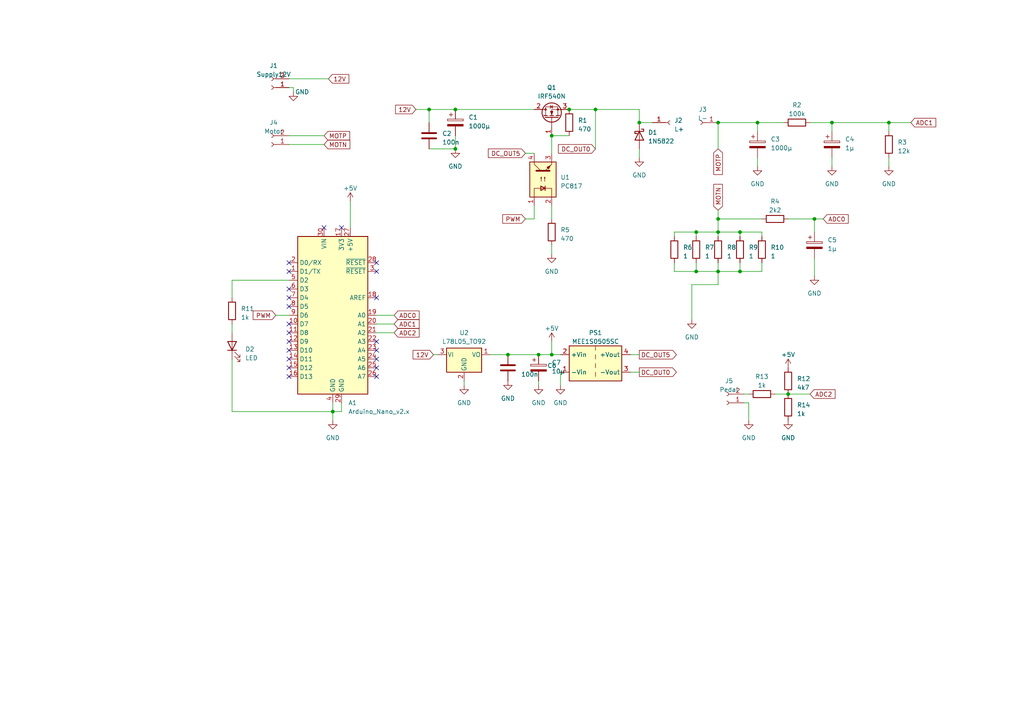
<source format=kicad_sch>
(kicad_sch (version 20230121) (generator eeschema)
  (paper "A4")
  (lib_symbols
    (symbol "Connector:Conn_01x01_Socket" (pin_names (offset 1.016) hide)
      (property "Reference" "J" (at 0 2.54 0))
      (property "Value" "Conn_01x01_Socket" (at 0 -2.54 0))
      (symbol "Conn_01x01_Socket_1_1"
        (polyline (pts (xy -1.27 0) (xy -0.508 0)) (stroke (width 0.1524)))
        (arc (start 0 0.508) (mid -0.5058 0) (end 0 -0.508) (stroke (width 0.1524)))
        (pin passive line (at -5.08 0 0) (length 3.81) (name "Pin_1") (number "1"))
      )
    )
    (symbol "Connector:Conn_01x02_Socket" (pin_names (offset 1.016) hide)
      (property "Reference" "J" (at 0 2.54 0))
      (property "Value" "Conn_01x02_Socket" (at 0 -5.08 0))
      (symbol "Conn_01x02_Socket_1_1"
        (arc (start 0 -2.032) (mid -0.5058 -2.54) (end 0 -3.048) (stroke (width 0.1524)))
        (polyline (pts (xy -1.27 -2.54) (xy -0.508 -2.54)) (stroke (width 0.1524)))
        (polyline (pts (xy -1.27 0) (xy -0.508 0)) (stroke (width 0.1524)))
        (arc (start 0 0.508) (mid -0.5058 0) (end 0 -0.508) (stroke (width 0.1524)))
        (pin passive line (at -5.08 0 0) (length 3.81) (name "Pin_1") (number "1"))
        (pin passive line (at -5.08 -2.54 0) (length 3.81) (name "Pin_2") (number "2"))
      )
    )
    (symbol "Converter_DCDC:MEE1S0505SC"
      (property "Reference" "PS" (at -7.62 6.35 0))
      (property "Value" "MEE1S0505SC" (at 1.27 6.35 0))
      (symbol "MEE1S0505SC_0_0"
        (pin power_in line (at -10.16 -2.54 0) (length 2.54) (name "-Vin") (number "1"))
        (pin power_in line (at -10.16 2.54 0) (length 2.54) (name "+Vin") (number "2"))
        (pin power_out line (at 10.16 -2.54 180) (length 2.54) (name "-Vout") (number "3"))
        (pin power_out line (at 10.16 2.54 180) (length 2.54) (name "+Vout") (number "4"))
      )
      (symbol "MEE1S0505SC_0_1"
        (rectangle (start -7.62 5.08) (end 7.62 -5.08) (stroke (width 0.254)) (fill (type background)))
        (polyline (pts (xy 0 -2.54) (xy 0 -3.81)))
        (polyline (pts (xy 0 0) (xy 0 -1.27)))
        (polyline (pts (xy 0 2.54) (xy 0 1.27)))
        (polyline (pts (xy 0 5.08) (xy 0 3.81)))
      )
    )
    (symbol "Device:C" (pin_numbers hide) (pin_names (offset 0.254))
      (property "Reference" "C" (at 0.635 2.54 0))
      (property "Value" "C" (at 0.635 -2.54 0))
      (symbol "C_0_1"
        (polyline (pts (xy -2.032 -0.762) (xy 2.032 -0.762)) (stroke (width 0.508)))
        (polyline (pts (xy -2.032 0.762) (xy 2.032 0.762)) (stroke (width 0.508)))
      )
      (symbol "C_1_1"
        (pin passive line (at 0 3.81 270) (length 2.794) (name "~") (number "1"))
        (pin passive line (at 0 -3.81 90) (length 2.794) (name "~") (number "2"))
      )
    )
    (symbol "Device:C_Polarized" (pin_numbers hide) (pin_names (offset 0.254))
      (property "Reference" "C" (at 0.635 2.54 0))
      (property "Value" "C_Polarized" (at 0.635 -2.54 0))
      (symbol "C_Polarized_0_1"
        (rectangle (start -2.286 0.508) (end 2.286 1.016))
        (polyline (pts (xy -1.778 2.286) (xy -0.762 2.286)))
        (polyline (pts (xy -1.27 2.794) (xy -1.27 1.778)))
        (rectangle (start 2.286 -0.508) (end -2.286 -1.016) (fill (type outline)))
      )
      (symbol "C_Polarized_1_1"
        (pin passive line (at 0 3.81 270) (length 2.794) (name "~") (number "1"))
        (pin passive line (at 0 -3.81 90) (length 2.794) (name "~") (number "2"))
      )
    )
    (symbol "Device:LED" (pin_numbers hide) (pin_names (offset 1.016) hide)
      (property "Reference" "D" (at 0 2.54 0))
      (property "Value" "LED" (at 0 -2.54 0))
      (symbol "LED_0_1"
        (polyline (pts (xy -1.27 -1.27) (xy -1.27 1.27)) (stroke (width 0.254)))
        (polyline (pts (xy -1.27 0) (xy 1.27 0)))
        (polyline (pts (xy 1.27 -1.27) (xy 1.27 1.27) (xy -1.27 0) (xy 1.27 -1.27)) (stroke (width 0.254)))
        (polyline (pts (xy -3.048 -0.762) (xy -4.572 -2.286) (xy -3.81 -2.286) (xy -4.572 -2.286) (xy -4.572 -1.524)))
        (polyline (pts (xy -1.778 -0.762) (xy -3.302 -2.286) (xy -2.54 -2.286) (xy -3.302 -2.286) (xy -3.302 -1.524)))
      )
      (symbol "LED_1_1"
        (pin passive line (at -3.81 0 0) (length 2.54) (name "K") (number "1"))
        (pin passive line (at 3.81 0 180) (length 2.54) (name "A") (number "2"))
      )
    )
    (symbol "Device:R" (pin_numbers hide) (pin_names (offset 0))
      (property "Reference" "R" (at 2.032 0 90))
      (property "Value" "R" (at 0 0 90))
      (symbol "R_0_1"
        (rectangle (start -1.016 -2.54) (end 1.016 2.54) (stroke (width 0.254)))
      )
      (symbol "R_1_1"
        (pin passive line (at 0 3.81 270) (length 1.27) (name "~") (number "1"))
        (pin passive line (at 0 -3.81 90) (length 1.27) (name "~") (number "2"))
      )
    )
    (symbol "Diode:1N5822" (pin_numbers hide) (pin_names (offset 1.016) hide)
      (property "Reference" "D" (at 0 2.54 0))
      (property "Value" "1N5822" (at 0 -2.54 0))
      (symbol "1N5822_0_1"
        (polyline (pts (xy 1.27 0) (xy -1.27 0)))
        (polyline (pts (xy 1.27 1.27) (xy 1.27 -1.27) (xy -1.27 0) (xy 1.27 1.27)) (stroke (width 0.254)))
        (polyline (pts (xy -1.905 0.635) (xy -1.905 1.27) (xy -1.27 1.27) (xy -1.27 -1.27) (xy -0.635 -1.27) (xy -0.635 -0.635)) (stroke (width 0.254)))
      )
      (symbol "1N5822_1_1"
        (pin passive line (at -3.81 0 0) (length 2.54) (name "K") (number "1"))
        (pin passive line (at 3.81 0 180) (length 2.54) (name "A") (number "2"))
      )
    )
    (symbol "Isolator:PC817" (pin_names (offset 1.016))
      (property "Reference" "U" (at -5.08 5.08 0))
      (property "Value" "PC817" (at 0 5.08 0))
      (symbol "PC817_0_1"
        (rectangle (start -5.08 3.81) (end 5.08 -3.81) (stroke (width 0.254)) (fill (type background)))
        (polyline (pts (xy -3.175 -0.635) (xy -1.905 -0.635)) (stroke (width 0.254)))
        (polyline (pts (xy 2.54 0.635) (xy 4.445 2.54)))
        (polyline (pts (xy 4.445 -2.54) (xy 2.54 -0.635)) (fill (type outline)))
        (polyline (pts (xy 4.445 -2.54) (xy 5.08 -2.54)))
        (polyline (pts (xy 4.445 2.54) (xy 5.08 2.54)))
        (polyline (pts (xy -5.08 2.54) (xy -2.54 2.54) (xy -2.54 -0.635)))
        (polyline (pts (xy -2.54 -0.635) (xy -2.54 -2.54) (xy -5.08 -2.54)))
        (polyline (pts (xy 2.54 1.905) (xy 2.54 -1.905) (xy 2.54 -1.905)) (stroke (width 0.508)))
        (polyline (pts (xy -2.54 -0.635) (xy -3.175 0.635) (xy -1.905 0.635) (xy -2.54 -0.635)) (stroke (width 0.254)))
        (polyline (pts (xy -0.508 -0.508) (xy 0.762 -0.508) (xy 0.381 -0.635) (xy 0.381 -0.381) (xy 0.762 -0.508)))
        (polyline (pts (xy -0.508 0.508) (xy 0.762 0.508) (xy 0.381 0.381) (xy 0.381 0.635) (xy 0.762 0.508)))
        (polyline (pts (xy 3.048 -1.651) (xy 3.556 -1.143) (xy 4.064 -2.159) (xy 3.048 -1.651) (xy 3.048 -1.651)) (fill (type outline)))
      )
      (symbol "PC817_1_1"
        (pin passive line (at -7.62 2.54 0) (length 2.54) (name "~") (number "1"))
        (pin passive line (at -7.62 -2.54 0) (length 2.54) (name "~") (number "2"))
        (pin passive line (at 7.62 -2.54 180) (length 2.54) (name "~") (number "3"))
        (pin passive line (at 7.62 2.54 180) (length 2.54) (name "~") (number "4"))
      )
    )
    (symbol "MCU_Module:Arduino_Nano_v2.x"
      (property "Reference" "A" (at -10.16 23.495 0))
      (property "Value" "Arduino_Nano_v2.x" (at 5.08 -24.13 0))
      (symbol "Arduino_Nano_v2.x_0_1"
        (rectangle (start -10.16 22.86) (end 10.16 -22.86) (stroke (width 0.254)) (fill (type background)))
      )
      (symbol "Arduino_Nano_v2.x_1_1"
        (pin bidirectional line (at -12.7 12.7 0) (length 2.54) (name "D1/TX") (number "1"))
        (pin bidirectional line (at -12.7 -2.54 0) (length 2.54) (name "D7") (number "10"))
        (pin bidirectional line (at -12.7 -5.08 0) (length 2.54) (name "D8") (number "11"))
        (pin bidirectional line (at -12.7 -7.62 0) (length 2.54) (name "D9") (number "12"))
        (pin bidirectional line (at -12.7 -10.16 0) (length 2.54) (name "D10") (number "13"))
        (pin bidirectional line (at -12.7 -12.7 0) (length 2.54) (name "D11") (number "14"))
        (pin bidirectional line (at -12.7 -15.24 0) (length 2.54) (name "D12") (number "15"))
        (pin bidirectional line (at -12.7 -17.78 0) (length 2.54) (name "D13") (number "16"))
        (pin power_out line (at 2.54 25.4 270) (length 2.54) (name "3V3") (number "17"))
        (pin input line (at 12.7 5.08 180) (length 2.54) (name "AREF") (number "18"))
        (pin bidirectional line (at 12.7 0 180) (length 2.54) (name "A0") (number "19"))
        (pin bidirectional line (at -12.7 15.24 0) (length 2.54) (name "D0/RX") (number "2"))
        (pin bidirectional line (at 12.7 -2.54 180) (length 2.54) (name "A1") (number "20"))
        (pin bidirectional line (at 12.7 -5.08 180) (length 2.54) (name "A2") (number "21"))
        (pin bidirectional line (at 12.7 -7.62 180) (length 2.54) (name "A3") (number "22"))
        (pin bidirectional line (at 12.7 -10.16 180) (length 2.54) (name "A4") (number "23"))
        (pin bidirectional line (at 12.7 -12.7 180) (length 2.54) (name "A5") (number "24"))
        (pin bidirectional line (at 12.7 -15.24 180) (length 2.54) (name "A6") (number "25"))
        (pin bidirectional line (at 12.7 -17.78 180) (length 2.54) (name "A7") (number "26"))
        (pin power_out line (at 5.08 25.4 270) (length 2.54) (name "+5V") (number "27"))
        (pin input line (at 12.7 15.24 180) (length 2.54) (name "~{RESET}") (number "28"))
        (pin power_in line (at 2.54 -25.4 90) (length 2.54) (name "GND") (number "29"))
        (pin input line (at 12.7 12.7 180) (length 2.54) (name "~{RESET}") (number "3"))
        (pin power_in line (at -2.54 25.4 270) (length 2.54) (name "VIN") (number "30"))
        (pin power_in line (at 0 -25.4 90) (length 2.54) (name "GND") (number "4"))
        (pin bidirectional line (at -12.7 10.16 0) (length 2.54) (name "D2") (number "5"))
        (pin bidirectional line (at -12.7 7.62 0) (length 2.54) (name "D3") (number "6"))
        (pin bidirectional line (at -12.7 5.08 0) (length 2.54) (name "D4") (number "7"))
        (pin bidirectional line (at -12.7 2.54 0) (length 2.54) (name "D5") (number "8"))
        (pin bidirectional line (at -12.7 0 0) (length 2.54) (name "D6") (number "9"))
      )
    )
    (symbol "Regulator_Linear:L78L05_TO92" (pin_names (offset 0.254))
      (property "Reference" "U" (at -3.81 3.175 0))
      (property "Value" "L78L05_TO92" (at 0 3.175 0))
      (symbol "L78L05_TO92_0_1"
        (rectangle (start -5.08 -5.08) (end 5.08 1.905) (stroke (width 0.254)) (fill (type background)))
      )
      (symbol "L78L05_TO92_1_1"
        (pin power_out line (at 7.62 0 180) (length 2.54) (name "VO") (number "1"))
        (pin power_in line (at 0 -7.62 90) (length 2.54) (name "GND") (number "2"))
        (pin power_in line (at -7.62 0 0) (length 2.54) (name "VI") (number "3"))
      )
    )
    (symbol "Transistor_FET:IRF540N" (pin_names hide)
      (property "Reference" "Q" (at 6.35 1.905 0))
      (property "Value" "IRF540N" (at 6.35 0 0))
      (symbol "IRF540N_0_1"
        (polyline (pts (xy 0.254 0) (xy -2.54 0)))
        (polyline (pts (xy 0.254 1.905) (xy 0.254 -1.905)) (stroke (width 0.254)))
        (polyline (pts (xy 0.762 -1.27) (xy 0.762 -2.286)) (stroke (width 0.254)))
        (polyline (pts (xy 0.762 0.508) (xy 0.762 -0.508)) (stroke (width 0.254)))
        (polyline (pts (xy 0.762 2.286) (xy 0.762 1.27)) (stroke (width 0.254)))
        (polyline (pts (xy 2.54 2.54) (xy 2.54 1.778)))
        (polyline (pts (xy 2.54 -2.54) (xy 2.54 0) (xy 0.762 0)))
        (polyline (pts (xy 0.762 -1.778) (xy 3.302 -1.778) (xy 3.302 1.778) (xy 0.762 1.778)))
        (polyline (pts (xy 1.016 0) (xy 2.032 0.381) (xy 2.032 -0.381) (xy 1.016 0)) (fill (type outline)))
        (polyline (pts (xy 2.794 0.508) (xy 2.921 0.381) (xy 3.683 0.381) (xy 3.81 0.254)))
        (polyline (pts (xy 3.302 0.381) (xy 2.921 -0.254) (xy 3.683 -0.254) (xy 3.302 0.381)))
        (circle (center 1.651 0) (radius 2.794) (stroke (width 0.254)))
        (circle (center 2.54 -1.778) (radius 0.254) (fill (type outline)))
        (circle (center 2.54 1.778) (radius 0.254) (fill (type outline)))
      )
      (symbol "IRF540N_1_1"
        (pin input line (at -5.08 0 0) (length 2.54) (name "G") (number "1"))
        (pin passive line (at 2.54 5.08 270) (length 2.54) (name "D") (number "2"))
        (pin passive line (at 2.54 -5.08 90) (length 2.54) (name "S") (number "3"))
      )
    )
    (symbol "power:+5V" (power) (pin_names (offset 0))
      (property "Value" "+5V" (at 0 3.556 0))
      (symbol "+5V_0_1"
        (polyline (pts (xy -0.762 1.27) (xy 0 2.54)))
        (polyline (pts (xy 0 0) (xy 0 2.54)))
        (polyline (pts (xy 0 2.54) (xy 0.762 1.27)))
      )
      (symbol "+5V_1_1"
        (pin power_in line (at 0 0 90) (length 0) hide (name "+5V") (number "1"))
      )
    )
    (symbol "power:GND" (power) (pin_names (offset 0))
      (property "Value" "GND" (at 0 -3.81 0))
      (symbol "GND_0_1"
        (polyline (pts (xy 0 0) (xy 0 -1.27) (xy 1.27 -1.27) (xy 0 -2.54) (xy -1.27 -1.27) (xy 0 -1.27)))
      )
      (symbol "GND_1_1"
        (pin power_in line (at 0 0 270) (length 0) hide (name "GND") (number "1"))
      )
    )
  )
  (junction (at 257.81 35.56))
  (junction (at 201.93 78.74))
  (junction (at 236.22 63.5))
  (junction (at 208.28 67.31))
  (junction (at 160.02 102.87))
  (junction (at 165.1 31.75))
  (junction (at 160.02 39.37))
  (junction (at 214.63 67.31))
  (junction (at 241.3 35.56))
  (junction (at 214.63 78.74))
  (junction (at 156.21 102.87))
  (junction (at 208.28 35.56))
  (junction (at 124.46 31.75))
  (junction (at 147.32 102.87))
  (junction (at 132.08 43.18))
  (junction (at 208.28 63.5))
  (junction (at 96.52 119.38))
  (junction (at 132.08 31.75))
  (junction (at 219.71 35.56))
  (junction (at 201.93 67.31))
  (junction (at 172.72 31.75))
  (junction (at 208.28 78.74))
  (junction (at 185.42 35.56))
  (junction (at 228.6 114.3))
  (no_connect (at 83.82 93.98))
  (no_connect (at 83.82 88.9))
  (no_connect (at 83.82 106.68))
  (no_connect (at 83.82 76.2))
  (no_connect (at 109.22 106.68))
  (no_connect (at 83.82 96.52))
  (no_connect (at 99.06 66.04))
  (no_connect (at 83.82 83.82))
  (no_connect (at 83.82 104.14))
  (no_connect (at 109.22 78.74))
  (no_connect (at 83.82 101.6))
  (no_connect (at 109.22 101.6))
  (no_connect (at 109.22 104.14))
  (no_connect (at 83.82 109.22))
  (no_connect (at 93.98 66.04))
  (no_connect (at 109.22 109.22))
  (no_connect (at 109.22 99.06))
  (no_connect (at 83.82 99.06))
  (no_connect (at 83.82 78.74))
  (no_connect (at 83.82 86.36))
  (no_connect (at 109.22 76.2))
  (no_connect (at 109.22 86.36))
  (wire (pts (xy 208.28 43.18) (xy 208.28 35.56)))
  (wire (pts (xy 208.28 35.56) (xy 219.71 35.56)))
  (wire (pts (xy 142.24 102.87) (xy 147.32 102.87)))
  (wire (pts (xy 154.94 59.69) (xy 154.94 63.5)))
  (wire (pts (xy 67.31 104.14) (xy 67.31 119.38)))
  (wire (pts (xy 219.71 45.72) (xy 219.71 48.26)))
  (wire (pts (xy 80.01 91.44) (xy 83.82 91.44)))
  (wire (pts (xy 214.63 78.74) (xy 220.98 78.74)))
  (wire (pts (xy 109.22 96.52) (xy 114.3 96.52)))
  (wire (pts (xy 67.31 119.38) (xy 96.52 119.38)))
  (wire (pts (xy 201.93 67.31) (xy 195.58 67.31)))
  (wire (pts (xy 182.88 107.95) (xy 185.42 107.95)))
  (wire (pts (xy 124.46 43.18) (xy 132.08 43.18)))
  (wire (pts (xy 228.6 63.5) (xy 236.22 63.5)))
  (wire (pts (xy 132.08 39.37) (xy 132.08 43.18)))
  (wire (pts (xy 99.06 116.84) (xy 99.06 119.38)))
  (wire (pts (xy 201.93 67.31) (xy 201.93 68.58)))
  (wire (pts (xy 227.33 35.56) (xy 219.71 35.56)))
  (wire (pts (xy 96.52 119.38) (xy 96.52 121.92)))
  (wire (pts (xy 200.66 82.55) (xy 208.28 82.55)))
  (wire (pts (xy 132.08 31.75) (xy 154.94 31.75)))
  (wire (pts (xy 185.42 43.18) (xy 185.42 45.72)))
  (wire (pts (xy 185.42 35.56) (xy 189.23 35.56)))
  (wire (pts (xy 83.82 41.91) (xy 93.98 41.91)))
  (wire (pts (xy 257.81 35.56) (xy 257.81 38.1)))
  (wire (pts (xy 264.16 35.56) (xy 257.81 35.56)))
  (wire (pts (xy 195.58 67.31) (xy 195.58 68.58)))
  (wire (pts (xy 147.32 102.87) (xy 156.21 102.87)))
  (wire (pts (xy 208.28 67.31) (xy 208.28 68.58)))
  (wire (pts (xy 160.02 39.37) (xy 165.1 39.37)))
  (wire (pts (xy 124.46 31.75) (xy 132.08 31.75)))
  (wire (pts (xy 257.81 35.56) (xy 241.3 35.56)))
  (wire (pts (xy 228.6 114.3) (xy 234.95 114.3)))
  (wire (pts (xy 208.28 67.31) (xy 214.63 67.31)))
  (wire (pts (xy 109.22 93.98) (xy 114.3 93.98)))
  (wire (pts (xy 220.98 68.58) (xy 220.98 67.31)))
  (wire (pts (xy 120.65 31.75) (xy 124.46 31.75)))
  (wire (pts (xy 241.3 35.56) (xy 241.3 38.1)))
  (wire (pts (xy 219.71 35.56) (xy 219.71 38.1)))
  (wire (pts (xy 200.66 92.71) (xy 200.66 82.55)))
  (wire (pts (xy 208.28 78.74) (xy 208.28 76.2)))
  (wire (pts (xy 217.17 114.3) (xy 215.9 114.3)))
  (wire (pts (xy 224.79 114.3) (xy 228.6 114.3)))
  (wire (pts (xy 185.42 31.75) (xy 185.42 35.56)))
  (wire (pts (xy 134.62 110.49) (xy 134.62 111.76)))
  (wire (pts (xy 201.93 67.31) (xy 208.28 67.31)))
  (wire (pts (xy 83.82 25.4) (xy 85.09 25.4)))
  (wire (pts (xy 208.28 82.55) (xy 208.28 78.74)))
  (wire (pts (xy 156.21 102.87) (xy 160.02 102.87)))
  (wire (pts (xy 125.73 102.87) (xy 127 102.87)))
  (wire (pts (xy 208.28 63.5) (xy 208.28 67.31)))
  (wire (pts (xy 160.02 102.87) (xy 162.56 102.87)))
  (wire (pts (xy 83.82 22.86) (xy 95.25 22.86)))
  (wire (pts (xy 172.72 31.75) (xy 172.72 43.18)))
  (wire (pts (xy 67.31 86.36) (xy 67.31 81.28)))
  (wire (pts (xy 124.46 31.75) (xy 124.46 35.56)))
  (wire (pts (xy 67.31 93.98) (xy 67.31 96.52)))
  (wire (pts (xy 83.82 39.37) (xy 93.98 39.37)))
  (wire (pts (xy 109.22 91.44) (xy 114.3 91.44)))
  (wire (pts (xy 165.1 31.75) (xy 172.72 31.75)))
  (wire (pts (xy 208.28 63.5) (xy 220.98 63.5)))
  (wire (pts (xy 160.02 99.06) (xy 160.02 102.87)))
  (wire (pts (xy 172.72 31.75) (xy 185.42 31.75)))
  (wire (pts (xy 152.4 44.45) (xy 154.94 44.45)))
  (wire (pts (xy 217.17 116.84) (xy 215.9 116.84)))
  (wire (pts (xy 67.31 81.28) (xy 83.82 81.28)))
  (wire (pts (xy 195.58 78.74) (xy 201.93 78.74)))
  (wire (pts (xy 182.88 102.87) (xy 185.42 102.87)))
  (wire (pts (xy 160.02 39.37) (xy 160.02 44.45)))
  (wire (pts (xy 156.21 110.49) (xy 156.21 111.76)))
  (wire (pts (xy 220.98 67.31) (xy 214.63 67.31)))
  (wire (pts (xy 236.22 63.5) (xy 238.76 63.5)))
  (wire (pts (xy 208.28 60.96) (xy 208.28 63.5)))
  (wire (pts (xy 257.81 45.72) (xy 257.81 48.26)))
  (wire (pts (xy 201.93 78.74) (xy 208.28 78.74)))
  (wire (pts (xy 217.17 121.92) (xy 217.17 116.84)))
  (wire (pts (xy 85.09 25.4) (xy 85.09 26.67)))
  (wire (pts (xy 236.22 63.5) (xy 236.22 67.31)))
  (wire (pts (xy 201.93 76.2) (xy 201.93 78.74)))
  (wire (pts (xy 160.02 71.12) (xy 160.02 73.66)))
  (wire (pts (xy 214.63 78.74) (xy 214.63 76.2)))
  (wire (pts (xy 236.22 74.93) (xy 236.22 80.01)))
  (wire (pts (xy 214.63 67.31) (xy 214.63 68.58)))
  (wire (pts (xy 241.3 45.72) (xy 241.3 48.26)))
  (wire (pts (xy 96.52 116.84) (xy 96.52 119.38)))
  (wire (pts (xy 195.58 76.2) (xy 195.58 78.74)))
  (wire (pts (xy 162.56 107.95) (xy 162.56 111.76)))
  (wire (pts (xy 160.02 59.69) (xy 160.02 63.5)))
  (wire (pts (xy 234.95 35.56) (xy 241.3 35.56)))
  (wire (pts (xy 154.94 63.5) (xy 152.4 63.5)))
  (wire (pts (xy 220.98 78.74) (xy 220.98 76.2)))
  (wire (pts (xy 101.6 58.42) (xy 101.6 66.04)))
  (wire (pts (xy 99.06 119.38) (xy 96.52 119.38)))
  (wire (pts (xy 208.28 78.74) (xy 214.63 78.74)))
  (global_label "ADC0" (shape input) (at 238.76 63.5 0) (property "Intersheetrefs" "${INTERSHEET_REFS}" (effects hide)))
  (global_label "DC_OUT5" (shape input) (at 152.4 44.45 180) (property "Intersheetrefs" "${INTERSHEET_REFS}" (effects hide)))
  (global_label "ADC2" (shape input) (at 114.3 96.52 0) (property "Intersheetrefs" "${INTERSHEET_REFS}" (effects hide)))
  (global_label "12V" (shape input) (at 125.73 102.87 180) (property "Intersheetrefs" "${INTERSHEET_REFS}" (effects hide)))
  (global_label "MOTN" (shape input) (at 208.28 60.96 90) (property "Intersheetrefs" "${INTERSHEET_REFS}" (effects hide)))
  (global_label "DC_OUT5" (shape output) (at 185.42 102.87 0) (property "Intersheetrefs" "${INTERSHEET_REFS}" (effects hide)))
  (global_label "MOTP" (shape input) (at 93.98 39.37 0) (property "Intersheetrefs" "${INTERSHEET_REFS}" (effects hide)))
  (global_label "ADC0" (shape input) (at 114.3 91.44 0) (property "Intersheetrefs" "${INTERSHEET_REFS}" (effects hide)))
  (global_label "ADC2" (shape input) (at 234.95 114.3 0) (property "Intersheetrefs" "${INTERSHEET_REFS}" (effects hide)))
  (global_label "ADC1" (shape input) (at 114.3 93.98 0) (property "Intersheetrefs" "${INTERSHEET_REFS}" (effects hide)))
  (global_label "DC_OUT0" (shape output) (at 185.42 107.95 0) (property "Intersheetrefs" "${INTERSHEET_REFS}" (effects hide)))
  (global_label "DC_OUT0" (shape input) (at 172.72 43.18 180) (property "Intersheetrefs" "${INTERSHEET_REFS}" (effects hide)))
  (global_label "MOTN" (shape input) (at 93.98 41.91 0) (property "Intersheetrefs" "${INTERSHEET_REFS}" (effects hide)))
  (global_label "MOTP" (shape input) (at 208.28 43.18 270) (property "Intersheetrefs" "${INTERSHEET_REFS}" (effects hide)))
  (global_label "ADC1" (shape input) (at 264.16 35.56 0) (property "Intersheetrefs" "${INTERSHEET_REFS}" (effects hide)))
  (global_label "PWM" (shape input) (at 152.4 63.5 180) (property "Intersheetrefs" "${INTERSHEET_REFS}" (effects hide)))
  (global_label "12V" (shape input) (at 95.25 22.86 0) (property "Intersheetrefs" "${INTERSHEET_REFS}" (effects hide)))
  (global_label "PWM" (shape input) (at 80.01 91.44 180) (property "Intersheetrefs" "${INTERSHEET_REFS}" (effects hide)))
  (global_label "12V" (shape input) (at 120.65 31.75 180) (property "Intersheetrefs" "${INTERSHEET_REFS}" (effects hide)))
  (symbol (lib_id "power:GND") (at 236.22 80.01 0) (unit 1)
    (property "Reference" "#PWR09" (effects hide))
    (property "Value" "GND" (at 236.22 85.09 0))
  )
  (symbol (lib_id "power:GND") (at 162.56 111.76 0) (unit 1)
    (property "Reference" "#PWR016" (effects hide))
    (property "Value" "GND" (at 162.56 116.84 0))
  )
  (symbol (lib_id "Connector:Conn_01x02_Socket") (at 78.74 41.91 180) (unit 1)
    (property "Reference" "J4" (at 79.375 35.56 0))
    (property "Value" "Motor" (at 79.375 38.1 0))
    (property "Footprint" "Connector_Wire:SolderWire-0.75sqmm_1x02_P7mm_D1.25mm_OD3.5mm" (effects hide))
  )
  (symbol (lib_id "Device:R") (at 160.02 67.31 0) (unit 1)
    (property "Reference" "R5" (at 162.56 66.675 0) (effects (justify left)))
    (property "Value" "470" (at 162.56 69.215 0) (effects (justify left)))
    (property "Footprint" "Resistor_THT:R_Axial_DIN0309_L9.0mm_D3.2mm_P5.08mm_Vertical" (effects hide))
  )
  (symbol (lib_id "Device:R") (at 208.28 72.39 0) (unit 1)
    (property "Reference" "R8" (at 210.82 71.755 0) (effects (justify left)))
    (property "Value" "1" (at 210.82 74.295 0) (effects (justify left)))
    (property "Footprint" "Resistor_THT:R_Axial_DIN0309_L9.0mm_D3.2mm_P5.08mm_Vertical" (effects hide))
  )
  (symbol (lib_id "Isolator:PC817") (at 157.48 52.07 90) (unit 1)
    (property "Reference" "U1" (at 162.56 51.435 90) (effects (justify right)))
    (property "Value" "PC817" (at 162.56 53.975 90) (effects (justify right)))
    (property "Footprint" "Package_DIP:DIP-4_W7.62mm" (effects hide))
    (property "Datasheet" "http://www.soselectronic.cz/a_info/resource/d/pc817.pdf" (effects hide))
  )
  (symbol (lib_id "Connector:Conn_01x01_Socket") (at 194.31 35.56 0) (unit 1)
    (property "Reference" "J2" (at 195.58 34.925 0) (effects (justify left)))
    (property "Value" "L+" (at 195.58 37.465 0) (effects (justify left)))
    (property "Footprint" "Connector_Wire:SolderWire-0.75sqmm_1x01_D1.25mm_OD2.3mm" (effects hide))
  )
  (symbol (lib_id "power:GND") (at 241.3 48.26 0) (unit 1)
    (property "Reference" "#PWR05" (effects hide))
    (property "Value" "GND" (at 241.3 53.34 0))
  )
  (symbol (lib_id "Connector:Conn_01x02_Socket") (at 210.82 116.84 180) (unit 1)
    (property "Reference" "J5" (at 211.455 110.49 0))
    (property "Value" "Pedal" (at 211.455 113.03 0))
    (property "Footprint" "Connector_Wire:SolderWire-0.75sqmm_1x02_P7mm_D1.25mm_OD3.5mm" (effects hide))
  )
  (symbol (lib_id "Device:C_Polarized") (at 236.22 71.12 0) (unit 1)
    (property "Reference" "C5" (at 240.03 69.596 0) (effects (justify left)))
    (property "Value" "1µ" (at 240.03 72.136 0) (effects (justify left)))
    (property "Footprint" "Capacitor_THT:CP_Radial_D6.3mm_P2.50mm" (effects hide))
  )
  (symbol (lib_id "power:+5V") (at 160.02 99.06 0) (unit 1)
    (property "Reference" "#PWR011" (effects hide))
    (property "Value" "+5V" (at 160.02 95.25 0))
  )
  (symbol (lib_id "Device:R") (at 201.93 72.39 0) (unit 1)
    (property "Reference" "R7" (at 204.47 71.755 0) (effects (justify left)))
    (property "Value" "1" (at 204.47 74.295 0) (effects (justify left)))
    (property "Footprint" "Resistor_THT:R_Axial_DIN0309_L9.0mm_D3.2mm_P5.08mm_Vertical" (effects hide))
  )
  (symbol (lib_id "Device:C") (at 124.46 39.37 0) (unit 1)
    (property "Reference" "C2" (at 128.27 38.735 0) (effects (justify left)))
    (property "Value" "100n" (at 128.27 41.275 0) (effects (justify left)))
    (property "Footprint" "Capacitor_SMD:C_1206_3216Metric_Pad1.33x1.80mm_HandSolder" (effects hide))
  )
  (symbol (lib_id "power:GND") (at 185.42 45.72 0) (unit 1)
    (property "Reference" "#PWR03" (effects hide))
    (property "Value" "GND" (at 185.42 50.8 0))
  )
  (symbol (lib_id "Device:C") (at 147.32 106.68 0) (unit 1)
    (property "Reference" "C6" (at 158.75 106.045 0) (effects (justify left)))
    (property "Value" "100n" (at 151.13 108.585 0) (effects (justify left)))
    (property "Footprint" "Capacitor_SMD:C_1206_3216Metric_Pad1.33x1.80mm_HandSolder" (effects hide))
  )
  (symbol (lib_id "power:GND") (at 200.66 92.71 0) (unit 1)
    (property "Reference" "#PWR010" (effects hide))
    (property "Value" "GND" (at 200.66 97.79 0))
  )
  (symbol (lib_id "Device:C_Polarized") (at 241.3 41.91 0) (unit 1)
    (property "Reference" "C4" (at 245.11 40.386 0) (effects (justify left)))
    (property "Value" "1µ" (at 245.11 42.926 0) (effects (justify left)))
    (property "Footprint" "Capacitor_THT:CP_Radial_D6.3mm_P2.50mm" (effects hide))
  )
  (symbol (lib_id "Device:R") (at 220.98 72.39 0) (unit 1)
    (property "Reference" "R10" (at 223.52 71.755 0) (effects (justify left)))
    (property "Value" "1" (at 223.52 74.295 0) (effects (justify left)))
    (property "Footprint" "Resistor_THT:R_Axial_DIN0309_L9.0mm_D3.2mm_P5.08mm_Vertical" (effects hide))
  )
  (symbol (lib_id "Connector:Conn_01x01_Socket") (at 203.2 35.56 180) (unit 1)
    (property "Reference" "J3" (at 203.835 31.75 0))
    (property "Value" "L-" (at 203.835 34.29 0))
    (property "Footprint" "Connector_Wire:SolderWire-0.75sqmm_1x01_D1.25mm_OD2.3mm" (effects hide))
  )
  (symbol (lib_id "Device:C_Polarized") (at 132.08 35.56 0) (unit 1)
    (property "Reference" "C1" (at 135.89 34.036 0) (effects (justify left)))
    (property "Value" "1000µ" (at 135.89 36.576 0) (effects (justify left)))
    (property "Footprint" "Capacitor_THT:C_Radial_D8.0mm_H7.0mm_P3.50mm" (effects hide))
  )
  (symbol (lib_id "Device:R") (at 165.1 35.56 0) (unit 1)
    (property "Reference" "R1" (at 167.64 34.925 0) (effects (justify left)))
    (property "Value" "470" (at 167.64 37.465 0) (effects (justify left)))
    (property "Footprint" "Resistor_THT:R_Axial_DIN0309_L9.0mm_D3.2mm_P5.08mm_Vertical" (effects hide))
  )
  (symbol (lib_id "MCU_Module:Arduino_Nano_v2.x") (at 96.52 91.44 0) (unit 1)
    (property "Reference" "A1" (at 101.0159 116.84 0) (effects (justify left)))
    (property "Value" "Arduino_Nano_v2.x" (at 101.0159 119.38 0) (effects (justify left)))
    (property "Footprint" "Module:Arduino_Nano" (effects hide))
    (property "Datasheet" "https://www.arduino.cc/en/uploads/Main/ArduinoNanoManual23.pdf" (effects hide))
  )
  (symbol (lib_id "power:GND") (at 85.09 26.67 0) (unit 1)
    (property "Reference" "#PWR01" (effects hide))
    (property "Value" "GND" (at 87.63 26.67 0))
  )
  (symbol (lib_id "Device:R") (at 214.63 72.39 0) (unit 1)
    (property "Reference" "R9" (at 217.17 71.755 0) (effects (justify left)))
    (property "Value" "1" (at 217.17 74.295 0) (effects (justify left)))
    (property "Footprint" "Resistor_THT:R_Axial_DIN0309_L9.0mm_D3.2mm_P5.08mm_Vertical" (effects hide))
  )
  (symbol (lib_id "power:+5V") (at 228.6 106.68 0) (unit 1)
    (property "Reference" "#PWR012" (effects hide))
    (property "Value" "+5V" (at 228.6 102.87 0))
  )
  (symbol (lib_id "Device:R") (at 257.81 41.91 0) (unit 1)
    (property "Reference" "R3" (at 260.35 41.275 0) (effects (justify left)))
    (property "Value" "12k" (at 260.35 43.815 0) (effects (justify left)))
    (property "Footprint" "Resistor_THT:R_Axial_DIN0309_L9.0mm_D3.2mm_P5.08mm_Vertical" (effects hide))
  )
  (symbol (lib_id "power:GND") (at 147.32 110.49 0) (unit 1)
    (property "Reference" "#PWR013" (effects hide))
    (property "Value" "GND" (at 147.32 115.57 0))
  )
  (symbol (lib_id "Device:R") (at 228.6 118.11 0) (unit 1)
    (property "Reference" "R14" (at 231.14 117.475 0) (effects (justify left)))
    (property "Value" "1k" (at 231.14 120.015 0) (effects (justify left)))
    (property "Footprint" "Resistor_THT:R_Axial_DIN0309_L9.0mm_D3.2mm_P5.08mm_Vertical" (effects hide))
  )
  (symbol (lib_id "power:GND") (at 219.71 48.26 0) (unit 1)
    (property "Reference" "#PWR04" (effects hide))
    (property "Value" "GND" (at 219.71 53.34 0))
  )
  (symbol (lib_id "Device:C_Polarized") (at 219.71 41.91 0) (unit 1)
    (property "Reference" "C3" (at 223.52 40.386 0) (effects (justify left)))
    (property "Value" "1000µ" (at 223.52 42.926 0) (effects (justify left)))
    (property "Footprint" "Capacitor_THT:CP_Radial_D10.0mm_P5.00mm" (effects hide))
  )
  (symbol (lib_id "power:GND") (at 228.6 121.92 0) (unit 1)
    (property "Reference" "#PWR019" (effects hide))
    (property "Value" "GND" (at 228.6 127 0))
  )
  (symbol (lib_id "Device:C_Polarized") (at 156.21 106.68 0) (unit 1)
    (property "Reference" "C7" (at 160.02 105.156 0) (effects (justify left)))
    (property "Value" "10µ" (at 160.02 107.696 0) (effects (justify left)))
    (property "Footprint" "Capacitor_THT:C_Radial_D5.0mm_H11.0mm_P2.00mm" (effects hide))
  )
  (symbol (lib_id "Device:R") (at 231.14 35.56 90) (unit 1)
    (property "Reference" "R2" (at 231.14 30.48 90))
    (property "Value" "100k" (at 231.14 33.02 90))
    (property "Footprint" "Resistor_THT:R_Axial_DIN0309_L9.0mm_D3.2mm_P5.08mm_Vertical" (effects hide))
  )
  (symbol (lib_id "Connector:Conn_01x02_Socket") (at 78.74 25.4 180) (unit 1)
    (property "Reference" "J1" (at 79.375 19.05 0))
    (property "Value" "Supply12V" (at 79.375 21.59 0))
    (property "Footprint" "Connector_Wire:SolderWire-0.75sqmm_1x02_P7mm_D1.25mm_OD3.5mm" (effects hide))
  )
  (symbol (lib_id "power:GND") (at 134.62 111.76 0) (unit 1)
    (property "Reference" "#PWR014" (effects hide))
    (property "Value" "GND" (at 134.62 116.84 0))
  )
  (symbol (lib_id "power:GND") (at 132.08 43.18 0) (unit 1)
    (property "Reference" "#PWR02" (effects hide))
    (property "Value" "GND" (at 132.08 48.26 0))
  )
  (symbol (lib_id "Diode:1N5822") (at 185.42 39.37 270) (unit 1)
    (property "Reference" "D1" (at 187.96 38.4175 90) (effects (justify left)))
    (property "Value" "1N5822" (at 187.96 40.9575 90) (effects (justify left)))
    (property "Footprint" "Diode_THT:D_DO-201AD_P15.24mm_Horizontal" (effects hide))
    (property "Datasheet" "http://www.vishay.com/docs/88526/1n5820.pdf" (effects hide))
  )
  (symbol (lib_id "Device:R") (at 228.6 110.49 0) (unit 1)
    (property "Reference" "R12" (at 231.14 109.855 0) (effects (justify left)))
    (property "Value" "4k7" (at 231.14 112.395 0) (effects (justify left)))
    (property "Footprint" "Resistor_THT:R_Axial_DIN0309_L9.0mm_D3.2mm_P5.08mm_Vertical" (effects hide))
  )
  (symbol (lib_id "power:GND") (at 217.17 121.92 0) (unit 1)
    (property "Reference" "#PWR018" (effects hide))
    (property "Value" "GND" (at 217.17 127 0))
  )
  (symbol (lib_id "Transistor_FET:IRF540N") (at 160.02 34.29 90) (unit 1)
    (property "Reference" "Q1" (at 160.02 25.4 90))
    (property "Value" "IRF540N" (at 160.02 27.94 90))
    (property "Footprint" "Package_TO_SOT_THT:TO-220-3_Horizontal_TabDown" (effects hide))
    (property "Datasheet" "http://www.irf.com/product-info/datasheets/data/irf540n.pdf" (effects hide))
  )
  (symbol (lib_id "power:+5V") (at 101.6 58.42 0) (unit 1)
    (property "Reference" "#PWR07" (effects hide))
    (property "Value" "+5V" (at 101.6 54.61 0))
  )
  (symbol (lib_id "Device:R") (at 195.58 72.39 0) (unit 1)
    (property "Reference" "R6" (at 198.12 71.755 0) (effects (justify left)))
    (property "Value" "1" (at 198.12 74.295 0) (effects (justify left)))
    (property "Footprint" "Resistor_THT:R_Axial_DIN0309_L9.0mm_D3.2mm_P5.08mm_Vertical" (effects hide))
  )
  (symbol (lib_id "Device:LED") (at 67.31 100.33 90) (unit 1)
    (property "Reference" "D2" (at 71.12 101.2825 90) (effects (justify right)))
    (property "Value" "LED" (at 71.12 103.8225 90) (effects (justify right)))
    (property "Footprint" "LED_THT:LED_D5.0mm_Clear" (effects hide))
  )
  (symbol (lib_id "Converter_DCDC:MEE1S0505SC") (at 172.72 105.41 0) (unit 1)
    (property "Reference" "PS1" (at 172.72 96.52 0))
    (property "Value" "MEE1S0505SC" (at 172.72 99.06 0))
    (property "Footprint" "Converter_DCDC:Converter_DCDC_Murata_MEE1SxxxxSC_THT" (effects hide))
    (property "Datasheet" "https://power.murata.com/pub/data/power/ncl/kdc_mee1.pdf" (effects hide))
  )
  (symbol (lib_id "Regulator_Linear:L78L05_TO92") (at 134.62 102.87 0) (unit 1)
    (property "Reference" "U2" (at 134.62 96.52 0))
    (property "Value" "L78L05_TO92" (at 134.62 99.06 0))
    (property "Footprint" "Package_TO_SOT_THT:TO-92_Inline" (effects hide))
    (property "Datasheet" "http://www.st.com/content/ccc/resource/technical/document/datasheet/15/55/e5/aa/23/5b/43/fd/CD00000446.pdf/files/CD00000446.pdf/jcr:content/translations/en.CD00000446.pdf" (effects hide))
  )
  (symbol (lib_id "power:GND") (at 96.52 121.92 0) (unit 1)
    (property "Reference" "#PWR017" (effects hide))
    (property "Value" "GND" (at 96.52 127 0))
  )
  (symbol (lib_id "power:GND") (at 160.02 73.66 0) (unit 1)
    (property "Reference" "#PWR08" (effects hide))
    (property "Value" "GND" (at 160.02 78.74 0))
  )
  (symbol (lib_id "Device:R") (at 67.31 90.17 0) (unit 1)
    (property "Reference" "R11" (at 69.85 89.535 0) (effects (justify left)))
    (property "Value" "1k" (at 69.85 92.075 0) (effects (justify left)))
    (property "Footprint" "Resistor_THT:R_Axial_DIN0309_L9.0mm_D3.2mm_P5.08mm_Vertical" (effects hide))
  )
  (symbol (lib_id "Device:R") (at 220.98 114.3 90) (unit 1)
    (property "Reference" "R13" (at 220.98 109.22 90))
    (property "Value" "1k" (at 220.98 111.76 90))
    (property "Footprint" "Resistor_THT:R_Axial_DIN0309_L9.0mm_D3.2mm_P5.08mm_Vertical" (effects hide))
  )
  (symbol (lib_id "power:GND") (at 257.81 48.26 0) (unit 1)
    (property "Reference" "#PWR06" (effects hide))
    (property "Value" "GND" (at 257.81 53.34 0))
  )
  (symbol (lib_id "Device:R") (at 224.79 63.5 270) (unit 1)
    (property "Reference" "R4" (at 224.79 58.42 90))
    (property "Value" "2k2" (at 224.79 60.96 90))
    (property "Footprint" "Resistor_THT:R_Axial_DIN0309_L9.0mm_D3.2mm_P5.08mm_Vertical" (effects hide))
  )
  (symbol (lib_id "power:GND") (at 156.21 111.76 0) (unit 1)
    (property "Reference" "#PWR015" (effects hide))
    (property "Value" "GND" (at 156.21 116.84 0))
  )
)
</source>
